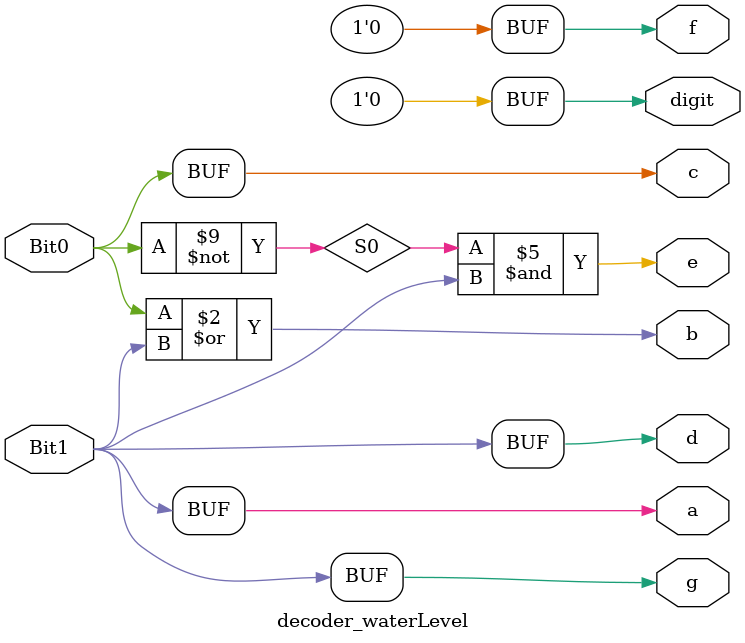
<source format=v>
module decoder_waterLevel(
input Bit0,
input Bit1,
output a,
output b,
output c,
output d,
output e,
output f,
output g,
output digit
);

	wire S0;
	
	not Invbit0(S0, Bit0);
	
	
	and AndSa(a, Bit1, Bit1); //A tem o mesmo valor do Bit1
	or OrB(b, Bit0, Bit1);	
	and AndSc(c, Bit0, Bit0); //C tem o mesmo valor do Bit0
	and AndSd(d, Bit1, Bit1); //D tem o mesmo valor do Bit1
	and AndE(e, S0, Bit1);
	and AndF(f, S0, Bit0);
	and AndSg(g, Bit1, Bit1); //G tem o mesmo valor do Bit1
	
	
	and AndDigit(digit, S0, Bit0);
	
	
	
endmodule 

</source>
